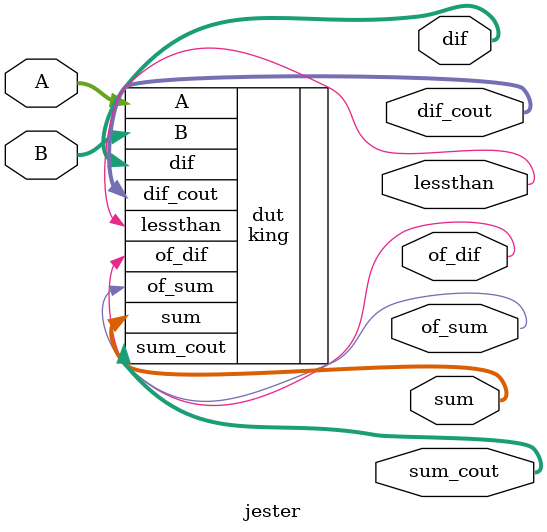
<source format=sv>
module jester(
	input logic [15:0] A, B,
	output logic [15:0] sum,
	output logic [15:0] dif,
	output logic [15:0] sum_cout, dif_cout,
	output logic of_sum, of_dif, lessthan 
);


king dut(.A(A), .B(B), .sum(sum), .sum_cout(sum_cout), .dif(dif), .dif_cout(dif_cout), .of_sum(of_sum), .of_dif(of_dif), .lessthan(lessthan));

endmodule
</source>
